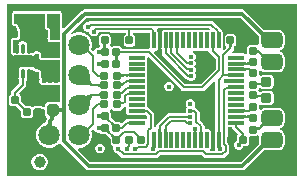
<source format=gtl>
G04*
G04 #@! TF.GenerationSoftware,Altium Limited,Altium Designer,21.5.1 (32)*
G04*
G04 Layer_Physical_Order=1*
G04 Layer_Color=255*
%FSLAX25Y25*%
%MOIN*%
G70*
G04*
G04 #@! TF.SameCoordinates,46425C1A-2BEC-4B65-9795-0374EE0649E2*
G04*
G04*
G04 #@! TF.FilePolarity,Positive*
G04*
G01*
G75*
%ADD10C,0.00787*%
G04:AMPARAMS|DCode=12|XSize=53.15mil|YSize=70.87mil|CornerRadius=13.29mil|HoleSize=0mil|Usage=FLASHONLY|Rotation=270.000|XOffset=0mil|YOffset=0mil|HoleType=Round|Shape=RoundedRectangle|*
%AMROUNDEDRECTD12*
21,1,0.05315,0.04429,0,0,270.0*
21,1,0.02657,0.07087,0,0,270.0*
1,1,0.02657,-0.02215,-0.01329*
1,1,0.02657,-0.02215,0.01329*
1,1,0.02657,0.02215,0.01329*
1,1,0.02657,0.02215,-0.01329*
%
%ADD12ROUNDEDRECTD12*%
G04:AMPARAMS|DCode=13|XSize=23.62mil|YSize=25.59mil|CornerRadius=3.9mil|HoleSize=0mil|Usage=FLASHONLY|Rotation=180.000|XOffset=0mil|YOffset=0mil|HoleType=Round|Shape=RoundedRectangle|*
%AMROUNDEDRECTD13*
21,1,0.02362,0.01780,0,0,180.0*
21,1,0.01583,0.02559,0,0,180.0*
1,1,0.00780,-0.00791,0.00890*
1,1,0.00780,0.00791,0.00890*
1,1,0.00780,0.00791,-0.00890*
1,1,0.00780,-0.00791,-0.00890*
%
%ADD13ROUNDEDRECTD13*%
%ADD14C,0.03937*%
G04:AMPARAMS|DCode=15|XSize=23.62mil|YSize=25.59mil|CornerRadius=3.9mil|HoleSize=0mil|Usage=FLASHONLY|Rotation=90.000|XOffset=0mil|YOffset=0mil|HoleType=Round|Shape=RoundedRectangle|*
%AMROUNDEDRECTD15*
21,1,0.02362,0.01780,0,0,90.0*
21,1,0.01583,0.02559,0,0,90.0*
1,1,0.00780,0.00890,0.00791*
1,1,0.00780,0.00890,-0.00791*
1,1,0.00780,-0.00890,-0.00791*
1,1,0.00780,-0.00890,0.00791*
%
%ADD15ROUNDEDRECTD15*%
G04:AMPARAMS|DCode=16|XSize=57.09mil|YSize=45.28mil|CornerRadius=5.89mil|HoleSize=0mil|Usage=FLASHONLY|Rotation=180.000|XOffset=0mil|YOffset=0mil|HoleType=Round|Shape=RoundedRectangle|*
%AMROUNDEDRECTD16*
21,1,0.05709,0.03350,0,0,180.0*
21,1,0.04532,0.04528,0,0,180.0*
1,1,0.01177,-0.02266,0.01675*
1,1,0.01177,0.02266,0.01675*
1,1,0.01177,0.02266,-0.01675*
1,1,0.01177,-0.02266,-0.01675*
%
%ADD16ROUNDEDRECTD16*%
G04:AMPARAMS|DCode=17|XSize=37.4mil|YSize=37.4mil|CornerRadius=5.98mil|HoleSize=0mil|Usage=FLASHONLY|Rotation=180.000|XOffset=0mil|YOffset=0mil|HoleType=Round|Shape=RoundedRectangle|*
%AMROUNDEDRECTD17*
21,1,0.03740,0.02543,0,0,180.0*
21,1,0.02543,0.03740,0,0,180.0*
1,1,0.01197,-0.01272,0.01272*
1,1,0.01197,0.01272,0.01272*
1,1,0.01197,0.01272,-0.01272*
1,1,0.01197,-0.01272,-0.01272*
%
%ADD17ROUNDEDRECTD17*%
G04:AMPARAMS|DCode=18|XSize=11.81mil|YSize=55.12mil|CornerRadius=1.95mil|HoleSize=0mil|Usage=FLASHONLY|Rotation=270.000|XOffset=0mil|YOffset=0mil|HoleType=Round|Shape=RoundedRectangle|*
%AMROUNDEDRECTD18*
21,1,0.01181,0.05122,0,0,270.0*
21,1,0.00791,0.05512,0,0,270.0*
1,1,0.00390,-0.02561,-0.00396*
1,1,0.00390,-0.02561,0.00396*
1,1,0.00390,0.02561,0.00396*
1,1,0.00390,0.02561,-0.00396*
%
%ADD18ROUNDEDRECTD18*%
G04:AMPARAMS|DCode=21|XSize=27.56mil|YSize=25.59mil|CornerRadius=4.22mil|HoleSize=0mil|Usage=FLASHONLY|Rotation=0.000|XOffset=0mil|YOffset=0mil|HoleType=Round|Shape=RoundedRectangle|*
%AMROUNDEDRECTD21*
21,1,0.02756,0.01715,0,0,0.0*
21,1,0.01911,0.02559,0,0,0.0*
1,1,0.00845,0.00956,-0.00857*
1,1,0.00845,-0.00956,-0.00857*
1,1,0.00845,-0.00956,0.00857*
1,1,0.00845,0.00956,0.00857*
%
%ADD21ROUNDEDRECTD21*%
G04:AMPARAMS|DCode=22|XSize=11.81mil|YSize=55.12mil|CornerRadius=1.95mil|HoleSize=0mil|Usage=FLASHONLY|Rotation=180.000|XOffset=0mil|YOffset=0mil|HoleType=Round|Shape=RoundedRectangle|*
%AMROUNDEDRECTD22*
21,1,0.01181,0.05122,0,0,180.0*
21,1,0.00791,0.05512,0,0,180.0*
1,1,0.00390,-0.00396,0.02561*
1,1,0.00390,0.00396,0.02561*
1,1,0.00390,0.00396,-0.02561*
1,1,0.00390,-0.00396,-0.02561*
%
%ADD22ROUNDEDRECTD22*%
G04:AMPARAMS|DCode=23|XSize=31.5mil|YSize=31.5mil|CornerRadius=3.94mil|HoleSize=0mil|Usage=FLASHONLY|Rotation=270.000|XOffset=0mil|YOffset=0mil|HoleType=Round|Shape=RoundedRectangle|*
%AMROUNDEDRECTD23*
21,1,0.03150,0.02362,0,0,270.0*
21,1,0.02362,0.03150,0,0,270.0*
1,1,0.00787,-0.01181,-0.01181*
1,1,0.00787,-0.01181,0.01181*
1,1,0.00787,0.01181,0.01181*
1,1,0.00787,0.01181,-0.01181*
%
%ADD23ROUNDEDRECTD23*%
G04:AMPARAMS|DCode=42|XSize=13.78mil|YSize=33.47mil|CornerRadius=2.27mil|HoleSize=0mil|Usage=FLASHONLY|Rotation=180.000|XOffset=0mil|YOffset=0mil|HoleType=Round|Shape=RoundedRectangle|*
%AMROUNDEDRECTD42*
21,1,0.01378,0.02892,0,0,180.0*
21,1,0.00923,0.03347,0,0,180.0*
1,1,0.00455,-0.00462,0.01446*
1,1,0.00455,0.00462,0.01446*
1,1,0.00455,0.00462,-0.01446*
1,1,0.00455,-0.00462,-0.01446*
%
%ADD42ROUNDEDRECTD42*%
G04:AMPARAMS|DCode=43|XSize=40.16mil|YSize=62.99mil|CornerRadius=2.01mil|HoleSize=0mil|Usage=FLASHONLY|Rotation=90.000|XOffset=0mil|YOffset=0mil|HoleType=Round|Shape=RoundedRectangle|*
%AMROUNDEDRECTD43*
21,1,0.04016,0.05898,0,0,90.0*
21,1,0.03614,0.06299,0,0,90.0*
1,1,0.00402,0.02949,0.01807*
1,1,0.00402,0.02949,-0.01807*
1,1,0.00402,-0.02949,-0.01807*
1,1,0.00402,-0.02949,0.01807*
%
%ADD43ROUNDEDRECTD43*%
%ADD44C,0.01181*%
%ADD45C,0.07087*%
%ADD46C,0.01575*%
G36*
X97426Y58056D02*
Y1000D01*
X1000D01*
Y58056D01*
X97426Y58056D01*
D02*
G37*
%LPC*%
G36*
X79331Y56421D02*
X26772D01*
X26235Y56314D01*
X25781Y56010D01*
X25781Y56010D01*
X22639Y52868D01*
X22622Y52857D01*
X21356Y51591D01*
X21345Y51574D01*
X19765Y49994D01*
X19303Y50185D01*
Y55020D01*
X19242Y55325D01*
X19069Y55585D01*
X18810Y55758D01*
X18504Y55818D01*
X14272D01*
X13966Y55758D01*
X13872Y55695D01*
X13779Y55758D01*
X13473Y55818D01*
X3347D01*
X3041Y55758D01*
X2782Y55585D01*
X2609Y55325D01*
X2548Y55020D01*
Y51669D01*
X2609Y51364D01*
X2782Y51104D01*
X3041Y50931D01*
X3347Y50871D01*
X3500D01*
X3784Y50753D01*
X4001Y50536D01*
X4118Y50252D01*
Y50107D01*
X4134Y50029D01*
Y49951D01*
X4164Y49878D01*
X4179Y49801D01*
X4223Y49736D01*
X4253Y49663D01*
X4309Y49607D01*
X4352Y49542D01*
X4385Y49520D01*
X4490Y49363D01*
X4535Y49138D01*
Y47516D01*
X4490Y47291D01*
X4408Y47167D01*
X4284Y47084D01*
X4059Y47040D01*
X3051D01*
X2746Y46979D01*
X2486Y46806D01*
X2313Y46547D01*
X2252Y46241D01*
Y42355D01*
X2253Y42351D01*
X2252Y42346D01*
X2284Y42198D01*
X2313Y42050D01*
X2316Y42046D01*
X2317Y42041D01*
X2517Y41572D01*
X2603Y41446D01*
X2687Y41321D01*
X2691Y41318D01*
X2693Y41314D01*
X2820Y41232D01*
X2946Y41147D01*
X2951Y41146D01*
X2955Y41144D01*
X3052Y41126D01*
X3376Y40909D01*
X3771Y40831D01*
X4694D01*
X5088Y40909D01*
X5217Y40995D01*
X5345Y40909D01*
X5739Y40831D01*
X6662D01*
X7057Y40909D01*
X7185Y40995D01*
X7313Y40909D01*
X7708Y40831D01*
X8631D01*
X9025Y40909D01*
X9241Y41053D01*
X9354Y41030D01*
X9398Y41012D01*
X9477Y41012D01*
X9554Y40997D01*
X9631Y41012D01*
X9710Y41012D01*
X9783Y41042D01*
X9860Y41057D01*
X9925Y41101D01*
X9998Y41131D01*
X10054Y41187D01*
X10119Y41230D01*
X10389Y41501D01*
X10673Y41618D01*
X10980D01*
X11264Y41501D01*
X11481Y41284D01*
X11591Y41018D01*
Y40943D01*
X11599Y40905D01*
Y40534D01*
X11614Y40457D01*
Y40378D01*
X11644Y40306D01*
X11660Y40228D01*
X11703Y40163D01*
X11733Y40090D01*
X11853Y39911D01*
X11909Y39855D01*
X11953Y39790D01*
X12018Y39746D01*
X12074Y39690D01*
X12147Y39660D01*
X12212Y39616D01*
X12289Y39601D01*
X12362Y39571D01*
X12440D01*
X12518Y39555D01*
X12932D01*
X12990Y39544D01*
X17522D01*
X17580Y39555D01*
X18481D01*
Y32467D01*
X18471Y32442D01*
X18360Y32309D01*
X18013Y32088D01*
X18001Y32086D01*
X17981Y32089D01*
X17844Y32062D01*
X17706Y32040D01*
X17691Y32032D01*
X17675Y32028D01*
X17397Y31913D01*
X17052D01*
X16761Y32033D01*
X16548Y32176D01*
X16548Y32176D01*
X16242Y32237D01*
X16242D01*
X15936Y32176D01*
X15807Y32089D01*
X15714Y32027D01*
X15438Y31913D01*
X15074D01*
X14798Y32027D01*
X14575Y32176D01*
X14270Y32237D01*
X13964Y32176D01*
X13751Y32033D01*
X13441Y31905D01*
X13134D01*
X12850Y32023D01*
X12633Y32240D01*
X12515Y32524D01*
Y32831D01*
X12532Y32871D01*
X12547Y32948D01*
X12577Y33021D01*
Y33100D01*
X12593Y33177D01*
X12577Y33254D01*
Y33333D01*
X12547Y33405D01*
X12532Y33483D01*
X12488Y33548D01*
X12458Y33621D01*
X12450Y33633D01*
X12390Y33935D01*
Y35398D01*
X12375Y35475D01*
Y35553D01*
X12345Y35626D01*
X12329Y35703D01*
X12286Y35769D01*
X12255Y35841D01*
X12200Y35897D01*
X12156Y35962D01*
X12091Y36006D01*
X12035Y36062D01*
X11681Y36298D01*
X11609Y36328D01*
X11543Y36372D01*
X11466Y36387D01*
X11394Y36417D01*
X11315D01*
X11238Y36433D01*
X10772D01*
X10488Y36550D01*
X10165Y36873D01*
X10155Y36889D01*
X10122Y36911D01*
X10097Y36941D01*
X9993Y36996D01*
X9895Y37062D01*
X9857Y37069D01*
X9822Y37088D01*
X9765Y37105D01*
X9726Y37109D01*
X9689Y37124D01*
X9572D01*
X9455Y37136D01*
X9417Y37124D01*
X9378D01*
X9240Y37097D01*
X9025Y37241D01*
X8631Y37319D01*
X7708D01*
X7313Y37241D01*
X7185Y37155D01*
X7057Y37241D01*
X6662Y37319D01*
X5739D01*
X5345Y37241D01*
X5010Y37017D01*
X4787Y36683D01*
X4709Y36288D01*
Y33397D01*
X4787Y33002D01*
X4919Y32805D01*
Y31836D01*
X2596Y29513D01*
X2336Y29123D01*
X2245Y28664D01*
Y28045D01*
X1906Y27818D01*
X1647Y27430D01*
X1556Y26972D01*
Y25390D01*
X1647Y24932D01*
X1906Y24544D01*
X2294Y24285D01*
X2752Y24194D01*
X3932D01*
X5493Y22633D01*
Y21453D01*
X5584Y20995D01*
X5843Y20607D01*
X6231Y20348D01*
X6689Y20257D01*
X8468D01*
X8926Y20348D01*
X9314Y20607D01*
X9574Y20995D01*
X9665Y21453D01*
Y23035D01*
X9739Y23098D01*
X9812Y23128D01*
X9889Y23143D01*
X9954Y23187D01*
X10027Y23217D01*
X10283Y23388D01*
X10508Y23433D01*
X12130D01*
X12355Y23388D01*
X12603Y23222D01*
X12616Y23210D01*
X12652Y23194D01*
X12683Y23169D01*
X12795Y23135D01*
X12904Y23090D01*
X12943Y23090D01*
X12981Y23079D01*
X13059Y23087D01*
X13112Y23079D01*
X13516Y22767D01*
X13559Y22700D01*
Y21661D01*
X13667Y21122D01*
X13972Y20665D01*
X14013Y20638D01*
X14167Y20085D01*
X14118Y20012D01*
X13863Y19631D01*
X13757Y19094D01*
Y18895D01*
X13752Y18848D01*
X13735Y18764D01*
X13718Y18707D01*
X13704Y18675D01*
X13702Y18673D01*
X13658Y18655D01*
X13637Y18642D01*
X13330Y18560D01*
X12343Y17990D01*
X11538Y17184D01*
X10968Y16198D01*
X10673Y15097D01*
Y13958D01*
X10968Y12857D01*
X11538Y11871D01*
X12343Y11065D01*
X13330Y10496D01*
X14430Y10201D01*
X15570D01*
X16670Y10496D01*
X17657Y11065D01*
X18175Y11583D01*
X18817Y11521D01*
X18891Y11411D01*
X27159Y3143D01*
X27613Y2840D01*
X28150Y2733D01*
X28150Y2733D01*
X79331D01*
X79867Y2840D01*
X80321Y3143D01*
X86651Y9473D01*
X86959Y9411D01*
X91388D01*
X92212Y9575D01*
X92911Y10042D01*
X93377Y10741D01*
X93541Y11565D01*
Y14222D01*
X93377Y15047D01*
X92911Y15745D01*
X92212Y16212D01*
X91868Y16281D01*
Y16790D01*
X92212Y16859D01*
X92911Y17326D01*
X93377Y18024D01*
X93541Y18848D01*
Y21506D01*
X93377Y22330D01*
X92911Y23029D01*
X92212Y23496D01*
X91388Y23660D01*
X86959D01*
X86134Y23496D01*
X85460Y23045D01*
X85324Y23073D01*
X84960Y23216D01*
Y24461D01*
X85194Y24621D01*
X85316Y24670D01*
X85447Y24691D01*
X85761Y24482D01*
X86221Y24390D01*
X88583D01*
X89042Y24482D01*
X89431Y24742D01*
X89692Y25131D01*
X89783Y25591D01*
Y27953D01*
X89692Y28412D01*
X89431Y28801D01*
X89042Y29062D01*
X88583Y29153D01*
X86221D01*
X85761Y29062D01*
X85553Y28923D01*
X85548Y28921D01*
X85539Y28913D01*
X85414Y28829D01*
X85031Y28887D01*
X84871Y28993D01*
X84869Y29005D01*
X84763Y29163D01*
X84651Y29528D01*
X84763Y29892D01*
X84869Y30050D01*
X84871Y30062D01*
X85031Y30168D01*
X85414Y30226D01*
X85539Y30142D01*
X85548Y30134D01*
X85553Y30132D01*
X85761Y29994D01*
X86221Y29902D01*
X88583D01*
X89042Y29994D01*
X89431Y30254D01*
X89692Y30643D01*
X89783Y31102D01*
Y33465D01*
X89692Y33924D01*
X89431Y34313D01*
X89042Y34573D01*
X88583Y34665D01*
X86221D01*
X85761Y34573D01*
X85447Y34364D01*
X85316Y34385D01*
X85194Y34435D01*
X84960Y34594D01*
Y35839D01*
X85324Y35982D01*
X85460Y36010D01*
X86134Y35560D01*
X86959Y35396D01*
X91388D01*
X92212Y35560D01*
X92911Y36026D01*
X93377Y36725D01*
X93541Y37549D01*
Y40207D01*
X93377Y41031D01*
X92911Y41730D01*
X92212Y42196D01*
X91868Y42265D01*
Y42775D01*
X92212Y42843D01*
X92911Y43310D01*
X93377Y44008D01*
X93541Y44833D01*
Y47490D01*
X93377Y48314D01*
X92911Y49013D01*
X92212Y49480D01*
X91388Y49644D01*
X86959D01*
X86733Y49599D01*
X80321Y56010D01*
X79867Y56314D01*
X79331Y56421D01*
D02*
G37*
G36*
X12173Y8264D02*
X11449D01*
X10749Y8076D01*
X10121Y7714D01*
X9609Y7202D01*
X9247Y6574D01*
X9059Y5874D01*
Y5150D01*
X9247Y4450D01*
X9609Y3822D01*
X10121Y3310D01*
X10749Y2947D01*
X11449Y2760D01*
X12173D01*
X12873Y2947D01*
X13501Y3310D01*
X14013Y3822D01*
X14375Y4450D01*
X14563Y5150D01*
Y5874D01*
X14375Y6574D01*
X14013Y7202D01*
X13501Y7714D01*
X12873Y8076D01*
X12173Y8264D01*
D02*
G37*
%LPD*%
G36*
X68428Y49977D02*
X68131Y49579D01*
X67915Y49621D01*
X67124D01*
X66742Y49546D01*
X66535Y49407D01*
X66329Y49546D01*
X65947Y49621D01*
X65156D01*
X64774Y49546D01*
X64567Y49407D01*
X64360Y49546D01*
X63978Y49621D01*
X63187D01*
X62805Y49546D01*
X62598Y49407D01*
X62392Y49546D01*
X62010Y49621D01*
X61219D01*
X60837Y49546D01*
X60630Y49407D01*
X60423Y49546D01*
X60041Y49621D01*
X59250D01*
X58868Y49546D01*
X58661Y49407D01*
X58455Y49546D01*
X58073Y49621D01*
X57282D01*
X56900Y49546D01*
X56693Y49407D01*
X56486Y49546D01*
X56104Y49621D01*
X55313D01*
X54931Y49546D01*
X54724Y49407D01*
X54518Y49546D01*
X54136Y49621D01*
X53345D01*
X52963Y49546D01*
X52639Y49329D01*
X52423Y49006D01*
X52347Y48624D01*
Y43502D01*
X52423Y43120D01*
X52540Y42945D01*
Y41823D01*
X52631Y41364D01*
X52891Y40974D01*
X60340Y33525D01*
X60730Y33265D01*
X60980Y33215D01*
X61315Y32881D01*
X61892Y32642D01*
X62517D01*
X63095Y32881D01*
X63536Y33323D01*
X63776Y33900D01*
Y34525D01*
X63536Y35102D01*
X63363Y35276D01*
X63536Y35449D01*
X63776Y36026D01*
Y36651D01*
X63536Y37228D01*
X63363Y37402D01*
X63536Y37575D01*
X63776Y38152D01*
Y38777D01*
X63536Y39354D01*
X63363Y39528D01*
X63536Y39701D01*
X63776Y40278D01*
Y40903D01*
X63536Y41480D01*
X63095Y41922D01*
X63023Y41952D01*
X62917Y42290D01*
X62961Y42519D01*
X63014Y42539D01*
X63187Y42505D01*
X63978D01*
X64360Y42580D01*
X64567Y42719D01*
X64774Y42580D01*
X65156Y42505D01*
X65947D01*
X66329Y42580D01*
X66535Y42719D01*
X66742Y42580D01*
X67124Y42505D01*
X67915D01*
X67928Y42507D01*
X68379Y42257D01*
X68639Y41868D01*
X70500Y40007D01*
Y36666D01*
X65448Y31614D01*
X60340D01*
X49911Y42042D01*
X50102Y42505D01*
X50199D01*
X50581Y42580D01*
X50904Y42797D01*
X51120Y43120D01*
X51196Y43502D01*
Y48624D01*
X51120Y49006D01*
X50921Y49304D01*
Y49346D01*
X50855Y49678D01*
X51136Y50178D01*
X68275D01*
X68428Y49977D01*
D02*
G37*
G36*
X18504Y48344D02*
X18481Y48228D01*
Y46260D01*
X15359D01*
X15136Y46760D01*
X15282Y46979D01*
X15373Y47437D01*
Y49216D01*
X15282Y49674D01*
X15023Y50062D01*
X14635Y50322D01*
X14272Y50394D01*
Y55020D01*
X18504D01*
Y48344D01*
D02*
G37*
G36*
X84817Y47552D02*
X84805Y47490D01*
Y44833D01*
X84807Y44823D01*
X84357Y44523D01*
X84222Y44613D01*
X83764Y44704D01*
X81984D01*
X81526Y44613D01*
X81138Y44354D01*
X80879Y43966D01*
X80788Y43508D01*
Y41925D01*
X80823Y41750D01*
X80625Y41601D01*
X80362Y41502D01*
X80108Y41672D01*
X79726Y41747D01*
X76012D01*
X75821Y42209D01*
X76242Y42631D01*
X76503Y43020D01*
X76594Y43480D01*
Y44058D01*
X76643Y44068D01*
X77031Y44327D01*
X77290Y44715D01*
X77381Y45173D01*
Y46953D01*
X77290Y47411D01*
X77031Y47799D01*
X76643Y48058D01*
X76185Y48149D01*
X74602D01*
X74145Y48058D01*
X73756Y47799D01*
X73497Y47411D01*
X73406Y46953D01*
Y45173D01*
X73497Y44715D01*
X73756Y44327D01*
X73805Y44295D01*
X73869Y43652D01*
X73271Y43054D01*
X72810Y43300D01*
X72850Y43502D01*
Y48624D01*
X72774Y49006D01*
X72558Y49329D01*
X72409Y49429D01*
X72365Y49652D01*
X72105Y50041D01*
X69919Y52227D01*
X69530Y52487D01*
X69070Y52578D01*
X28846D01*
X28387Y52487D01*
X27997Y52227D01*
X27934Y52163D01*
X27580D01*
X27003Y51924D01*
X26561Y51482D01*
X26322Y50905D01*
Y50280D01*
X26561Y49702D01*
X27003Y49260D01*
X27580Y49021D01*
X28171D01*
Y48704D01*
X28411Y48126D01*
X28852Y47684D01*
X29430Y47445D01*
X30055D01*
X30632Y47684D01*
X31074Y48126D01*
X31273Y48607D01*
X32412D01*
X32462Y48107D01*
X32215Y48058D01*
X31827Y47799D01*
X31568Y47411D01*
X31477Y46953D01*
Y45173D01*
X31568Y44715D01*
X31765Y44421D01*
X31793Y44165D01*
X31513Y43697D01*
X31184D01*
X30606Y43458D01*
X30164Y43016D01*
X30047Y42732D01*
X29463Y42608D01*
X29070Y43001D01*
X29327Y43958D01*
Y45097D01*
X29032Y46198D01*
X28462Y47184D01*
X27657Y47990D01*
X26670Y48559D01*
X25570Y48854D01*
X24430D01*
X23330Y48559D01*
X22549Y48108D01*
X22242Y48509D01*
X23337Y49604D01*
X23348Y49621D01*
X24592Y50864D01*
X24609Y50876D01*
X27352Y53619D01*
X78750D01*
X84817Y47552D01*
D02*
G37*
G36*
X76106Y44792D02*
X76039Y44768D01*
X75980Y44728D01*
X75929Y44672D01*
X75886Y44600D01*
X75850Y44512D01*
X75823Y44408D01*
X75803Y44288D01*
X75791Y44153D01*
X75787Y44001D01*
X75000D01*
X74996Y44153D01*
X74984Y44288D01*
X74965Y44408D01*
X74937Y44512D01*
X74902Y44600D01*
X74858Y44672D01*
X74807Y44728D01*
X74748Y44768D01*
X74681Y44792D01*
X74606Y44800D01*
X76181D01*
X76106Y44792D01*
D02*
G37*
G36*
X48410Y43777D02*
X48193Y43420D01*
X47936Y43322D01*
X39328D01*
X39298Y43474D01*
X39039Y43862D01*
X38651Y44121D01*
X38193Y44212D01*
X36610D01*
X36152Y44121D01*
X35764Y43862D01*
X35315Y44081D01*
X35152Y44313D01*
X35164Y44421D01*
X35361Y44715D01*
X35452Y45173D01*
Y46953D01*
X35361Y47411D01*
X35102Y47799D01*
X34714Y48058D01*
X34468Y48107D01*
X34517Y48607D01*
X40532D01*
Y48068D01*
X40483Y48058D01*
X40095Y47799D01*
X39836Y47411D01*
X39745Y46953D01*
Y45173D01*
X39836Y44715D01*
X40095Y44327D01*
X40483Y44068D01*
X40941Y43977D01*
X42524D01*
X42981Y44068D01*
X43369Y44327D01*
X43629Y44715D01*
X43720Y45173D01*
Y46953D01*
X43629Y47411D01*
X43369Y47799D01*
X42981Y48058D01*
X42933Y48068D01*
Y48607D01*
X48410D01*
Y43777D01*
D02*
G37*
G36*
X34177Y44792D02*
X34110Y44768D01*
X34051Y44728D01*
X34000Y44672D01*
X33957Y44600D01*
X33921Y44512D01*
X33894Y44408D01*
X33874Y44288D01*
X33862Y44153D01*
X33861Y44094D01*
X33862Y44036D01*
X33874Y43900D01*
X33894Y43781D01*
X33921Y43677D01*
X33957Y43589D01*
X34000Y43517D01*
X34051Y43461D01*
X34110Y43421D01*
X34177Y43397D01*
X34252Y43389D01*
X32677D01*
X32752Y43397D01*
X32819Y43421D01*
X32878Y43461D01*
X32929Y43517D01*
X32972Y43589D01*
X33008Y43677D01*
X33035Y43781D01*
X33055Y43900D01*
X33067Y44036D01*
X33068Y44094D01*
X33067Y44153D01*
X33055Y44288D01*
X33035Y44408D01*
X33008Y44512D01*
X32972Y44600D01*
X32929Y44672D01*
X32878Y44728D01*
X32819Y44768D01*
X32752Y44792D01*
X32677Y44800D01*
X34252D01*
X34177Y44792D01*
D02*
G37*
G36*
X69997Y43345D02*
X69973Y43317D01*
X69951Y43279D01*
X69933Y43231D01*
X69917Y43171D01*
X69905Y43101D01*
X69895Y43021D01*
X69883Y42829D01*
X69882Y42717D01*
X69095D01*
X69093Y42829D01*
X69072Y43101D01*
X69059Y43171D01*
X69043Y43231D01*
X69025Y43279D01*
X69004Y43317D01*
X68980Y43345D01*
X68953Y43362D01*
X70024D01*
X69997Y43345D01*
D02*
G37*
G36*
X32300Y42555D02*
X32346Y42545D01*
X32413Y42534D01*
X32487Y42526D01*
X32650Y42520D01*
Y41732D01*
X32566Y41731D01*
X32413Y41718D01*
X32346Y41707D01*
X32300Y41697D01*
Y41339D01*
X32292Y41413D01*
X32268Y41480D01*
X32228Y41539D01*
X32172Y41591D01*
X32119Y41623D01*
X32092Y41605D01*
X32058Y41575D01*
Y41651D01*
X32012Y41669D01*
X31908Y41697D01*
X31789Y41717D01*
X31653Y41728D01*
X31501Y41732D01*
Y42520D01*
X31653Y42524D01*
X31789Y42535D01*
X31908Y42555D01*
X32012Y42583D01*
X32058Y42601D01*
Y42677D01*
X32092Y42647D01*
X32119Y42629D01*
X32172Y42661D01*
X32228Y42713D01*
X32268Y42772D01*
X32292Y42839D01*
X32300Y42913D01*
Y42555D01*
D02*
G37*
G36*
X84140Y42963D02*
X84158Y42915D01*
X84190Y42872D01*
X84237Y42836D01*
X84298Y42804D01*
X84374Y42779D01*
X84465Y42759D01*
X84571Y42745D01*
X84691Y42737D01*
X84825Y42734D01*
Y41946D01*
X84679Y41944D01*
X84430Y41921D01*
X84329Y41902D01*
X84242Y41877D01*
X84170Y41847D01*
X84114Y41811D01*
X84072Y41770D01*
X84045Y41723D01*
X84033Y41670D01*
X84137Y43016D01*
X84140Y42963D01*
D02*
G37*
G36*
X85925Y41802D02*
X86174Y41597D01*
X86286Y41524D01*
X86388Y41470D01*
X86482Y41437D01*
X86567Y41423D01*
X86644Y41428D01*
X86712Y41453D01*
X86771Y41498D01*
X85667Y40395D01*
X85712Y40454D01*
X85737Y40521D01*
X85743Y40598D01*
X85729Y40683D01*
X85695Y40777D01*
X85641Y40880D01*
X85568Y40991D01*
X85475Y41111D01*
X85363Y41240D01*
X85231Y41378D01*
X85788Y41934D01*
X85925Y41802D01*
D02*
G37*
G36*
X13473Y50394D02*
X13488Y50317D01*
Y50238D01*
X13518Y50165D01*
X13534Y50088D01*
X13577Y50023D01*
X13608Y49950D01*
X13663Y49894D01*
X13707Y49829D01*
X13772Y49785D01*
X13828Y49730D01*
X13901Y49700D01*
X13966Y49656D01*
X14043Y49641D01*
X14116Y49610D01*
X14323Y49569D01*
X14447Y49487D01*
X14530Y49363D01*
X14575Y49138D01*
Y47516D01*
X14530Y47291D01*
X14471Y47204D01*
X14437Y47121D01*
X14390Y47046D01*
X14378Y46979D01*
X14352Y46916D01*
Y46826D01*
X14337Y46738D01*
X14352Y46672D01*
Y46604D01*
X14386Y46522D01*
X14406Y46435D01*
X14629Y45935D01*
X14713Y45816D01*
X14794Y45695D01*
X14803Y45689D01*
X14809Y45680D01*
X14932Y45603D01*
X15053Y45522D01*
X15064Y45520D01*
X15073Y45514D01*
X15216Y45489D01*
X15359Y45461D01*
X18481D01*
Y40354D01*
X12518D01*
X12398Y40534D01*
Y41159D01*
X12158Y41736D01*
X11717Y42178D01*
X11139Y42417D01*
X10514D01*
X9937Y42178D01*
X9554Y41795D01*
X9534Y41809D01*
X9150Y41885D01*
X7693D01*
Y44753D01*
X7615Y45147D01*
X7391Y45482D01*
X7057Y45705D01*
X6662Y45784D01*
X5739D01*
X5345Y45705D01*
X5010Y45482D01*
X4787Y45147D01*
X4709Y44753D01*
Y41885D01*
X3252D01*
X3051Y42355D01*
Y46241D01*
X4138D01*
X4596Y46332D01*
X4984Y46591D01*
X5243Y46979D01*
X5334Y47437D01*
Y49216D01*
X5243Y49674D01*
X4984Y50062D01*
X4917Y50107D01*
Y50411D01*
X4678Y50988D01*
X4236Y51430D01*
X3659Y51669D01*
X3347D01*
Y55020D01*
X13473D01*
Y50394D01*
D02*
G37*
G36*
X38114Y40855D02*
X38047Y40831D01*
X37988Y40791D01*
X37937Y40735D01*
X37894Y40663D01*
X37858Y40575D01*
X37831Y40471D01*
X37811Y40351D01*
X37799Y40216D01*
X37798Y40157D01*
X37799Y40099D01*
X37811Y39963D01*
X37831Y39844D01*
X37858Y39740D01*
X37894Y39652D01*
X37937Y39580D01*
X37988Y39524D01*
X38047Y39484D01*
X38114Y39460D01*
X38189Y39452D01*
X36614D01*
X36689Y39460D01*
X36756Y39484D01*
X36815Y39524D01*
X36866Y39580D01*
X36909Y39652D01*
X36945Y39740D01*
X36972Y39844D01*
X36992Y39963D01*
X37004Y40099D01*
X37005Y40157D01*
X37004Y40216D01*
X36992Y40351D01*
X36972Y40471D01*
X36945Y40575D01*
X36909Y40663D01*
X36866Y40735D01*
X36815Y40791D01*
X36756Y40831D01*
X36689Y40855D01*
X36614Y40863D01*
X38189D01*
X38114Y40855D01*
D02*
G37*
G36*
X32300Y38650D02*
X32326Y38639D01*
X32382Y38622D01*
X32444Y38608D01*
X32512Y38597D01*
X32585Y38589D01*
X32749Y38583D01*
Y37795D01*
X32664Y37794D01*
X32512Y37781D01*
X32444Y37770D01*
X32382Y37756D01*
X32326Y37739D01*
X32300Y37728D01*
Y37495D01*
X32293Y37552D01*
X32272Y37603D01*
X32237Y37648D01*
X32202Y37676D01*
X32190Y37668D01*
X32157Y37638D01*
Y37703D01*
X32124Y37720D01*
X32046Y37747D01*
X31954Y37768D01*
X31848Y37783D01*
X31729Y37792D01*
X31594Y37795D01*
Y38583D01*
X31729Y38586D01*
X31848Y38595D01*
X31954Y38610D01*
X32046Y38631D01*
X32124Y38658D01*
X32157Y38675D01*
Y38740D01*
X32190Y38710D01*
X32202Y38702D01*
X32237Y38730D01*
X32272Y38775D01*
X32293Y38826D01*
X32300Y38882D01*
Y38650D01*
D02*
G37*
G36*
X79885Y38895D02*
X79919Y38870D01*
X79967Y38849D01*
X80030Y38831D01*
X80107Y38815D01*
X80199Y38802D01*
X80426Y38785D01*
X80712Y38780D01*
Y37992D01*
X80562Y37991D01*
X80107Y37957D01*
X80030Y37941D01*
X79967Y37923D01*
X79919Y37901D01*
X79885Y37877D01*
X79866Y37850D01*
Y38921D01*
X79885Y38895D01*
D02*
G37*
G36*
X81712Y37716D02*
X81670Y37768D01*
X81617Y37815D01*
X81553Y37857D01*
X81479Y37893D01*
X81395Y37923D01*
X81299Y37948D01*
X81193Y37967D01*
X81077Y37981D01*
X80949Y37989D01*
X80812Y37992D01*
Y38780D01*
X80968Y38783D01*
X81108Y38795D01*
X81231Y38815D01*
X81336Y38842D01*
X81425Y38878D01*
X81496Y38921D01*
X81551Y38972D01*
X81588Y39031D01*
X81608Y39098D01*
X81611Y39173D01*
X81712Y37716D01*
D02*
G37*
G36*
X79885Y36926D02*
X79919Y36902D01*
X79967Y36881D01*
X80030Y36862D01*
X80107Y36847D01*
X80199Y36834D01*
X80426Y36817D01*
X80712Y36811D01*
Y36024D01*
X80562Y36022D01*
X80107Y35988D01*
X80030Y35972D01*
X79967Y35954D01*
X79919Y35933D01*
X79885Y35909D01*
X79866Y35882D01*
Y36953D01*
X79885Y36926D01*
D02*
G37*
G36*
X41394Y33913D02*
X41374Y33940D01*
X41341Y33964D01*
X41293Y33986D01*
X41230Y34004D01*
X41153Y34020D01*
X41061Y34032D01*
X40834Y34049D01*
X40548Y34055D01*
Y34843D01*
X40698Y34844D01*
X41153Y34878D01*
X41230Y34894D01*
X41293Y34912D01*
X41341Y34933D01*
X41374Y34958D01*
X41394Y34984D01*
Y33913D01*
D02*
G37*
G36*
X38945Y35160D02*
X38970Y35093D01*
X39012Y35034D01*
X39070Y34983D01*
X39145Y34940D01*
X39235Y34905D01*
X39342Y34878D01*
X39465Y34858D01*
X39604Y34846D01*
X39760Y34843D01*
Y34055D01*
X39607Y34051D01*
X39470Y34039D01*
X39349Y34020D01*
X39245Y33992D01*
X39157Y33957D01*
X39085Y33913D01*
X39030Y33862D01*
X38990Y33803D01*
X38967Y33736D01*
X38960Y33661D01*
X38935Y35234D01*
X38945Y35160D01*
D02*
G37*
G36*
X41394Y31945D02*
X41377Y31972D01*
X41349Y31996D01*
X41311Y32017D01*
X41262Y32035D01*
X41203Y32051D01*
X41133Y32064D01*
X41052Y32074D01*
X40860Y32085D01*
X40748Y32087D01*
Y32874D01*
X40860Y32875D01*
X41133Y32897D01*
X41203Y32910D01*
X41262Y32925D01*
X41311Y32943D01*
X41349Y32965D01*
X41377Y32989D01*
X41394Y33016D01*
Y31945D01*
D02*
G37*
G36*
X85945Y30827D02*
X85895Y30892D01*
X85836Y30950D01*
X85768Y31002D01*
X85691Y31047D01*
X85605Y31084D01*
X85511Y31115D01*
X85407Y31139D01*
X85295Y31156D01*
X85174Y31166D01*
X85044Y31170D01*
Y31957D01*
X85201Y31961D01*
X85340Y31973D01*
X85463Y31993D01*
X85568Y32020D01*
X85657Y32056D01*
X85728Y32099D01*
X85782Y32150D01*
X85820Y32209D01*
X85840Y32276D01*
X85843Y32351D01*
X85945Y30827D01*
D02*
G37*
G36*
X28554Y34101D02*
X28627Y33292D01*
X28689Y32932D01*
X28768Y32600D01*
X28863Y32298D01*
X28975Y32025D01*
X29104Y31781D01*
X29250Y31566D01*
X29412Y31381D01*
X28855Y30824D01*
X28670Y30983D01*
X28462Y31114D01*
X28231Y31216D01*
X27976Y31289D01*
X27699Y31333D01*
X27400Y31348D01*
X27077Y31334D01*
X26731Y31292D01*
X26362Y31220D01*
X25971Y31120D01*
X28543Y34550D01*
X28554Y34101D01*
D02*
G37*
G36*
X84048Y32271D02*
X84078Y32205D01*
X84126Y32147D01*
X84191Y32097D01*
X84272Y32054D01*
X84371Y32019D01*
X84487Y31992D01*
X84620Y31973D01*
X84769Y31961D01*
X84936Y31957D01*
Y31170D01*
X84780Y31166D01*
X84640Y31154D01*
X84518Y31135D01*
X84412Y31107D01*
X84324Y31071D01*
X84253Y31028D01*
X84198Y30977D01*
X84161Y30918D01*
X84140Y30851D01*
X84137Y30776D01*
X84034Y32344D01*
X84048Y32271D01*
D02*
G37*
G36*
X38919Y32084D02*
X38944Y32029D01*
X38985Y31981D01*
X39040Y31939D01*
X39112Y31903D01*
X39198Y31874D01*
X39299Y31851D01*
X39417Y31835D01*
X39549Y31825D01*
X39696Y31822D01*
Y31035D01*
X39554Y31032D01*
X39428Y31022D01*
X39316Y31005D01*
X39220Y30982D01*
X39138Y30952D01*
X39072Y30916D01*
X39022Y30873D01*
X38986Y30823D01*
X38966Y30767D01*
X38960Y30705D01*
X38909Y32146D01*
X38919Y32084D01*
D02*
G37*
G36*
X31906Y30315D02*
X31898Y30390D01*
X31874Y30457D01*
X31834Y30516D01*
X31778Y30567D01*
X31706Y30610D01*
X31618Y30646D01*
X31514Y30673D01*
X31394Y30693D01*
X31258Y30705D01*
X31106Y30709D01*
Y31496D01*
X31258Y31500D01*
X31394Y31512D01*
X31514Y31532D01*
X31618Y31559D01*
X31706Y31594D01*
X31778Y31638D01*
X31834Y31689D01*
X31874Y31748D01*
X31898Y31815D01*
X31906Y31890D01*
Y30315D01*
D02*
G37*
G36*
X29412Y27674D02*
X29250Y27489D01*
X29104Y27274D01*
X28975Y27030D01*
X28863Y26757D01*
X28768Y26455D01*
X28689Y26123D01*
X28627Y25763D01*
X28583Y25373D01*
X28543Y24506D01*
X25971Y27935D01*
X26362Y27835D01*
X26731Y27763D01*
X27077Y27721D01*
X27400Y27707D01*
X27699Y27722D01*
X27976Y27766D01*
X28231Y27839D01*
X28462Y27941D01*
X28670Y28072D01*
X28855Y28231D01*
X29412Y27674D01*
D02*
G37*
G36*
X31906Y27165D02*
X31898Y27240D01*
X31874Y27307D01*
X31834Y27366D01*
X31778Y27417D01*
X31706Y27461D01*
X31618Y27496D01*
X31514Y27524D01*
X31394Y27543D01*
X31258Y27555D01*
X31106Y27559D01*
Y28346D01*
X31258Y28350D01*
X31394Y28362D01*
X31514Y28382D01*
X31618Y28409D01*
X31706Y28445D01*
X31778Y28488D01*
X31834Y28539D01*
X31874Y28598D01*
X31898Y28665D01*
X31906Y28740D01*
Y27165D01*
D02*
G37*
G36*
X84140Y28204D02*
X84161Y28137D01*
X84198Y28078D01*
X84253Y28027D01*
X84324Y27984D01*
X84412Y27948D01*
X84518Y27921D01*
X84640Y27901D01*
X84780Y27889D01*
X84936Y27885D01*
Y27098D01*
X84769Y27094D01*
X84620Y27082D01*
X84487Y27063D01*
X84371Y27036D01*
X84272Y27001D01*
X84191Y26959D01*
X84126Y26908D01*
X84078Y26850D01*
X84048Y26784D01*
X84034Y26711D01*
X84137Y28279D01*
X84140Y28204D01*
D02*
G37*
G36*
X85843Y26704D02*
X85840Y26779D01*
X85820Y26846D01*
X85782Y26905D01*
X85728Y26956D01*
X85657Y26999D01*
X85568Y27035D01*
X85463Y27062D01*
X85340Y27082D01*
X85201Y27094D01*
X85044Y27098D01*
Y27885D01*
X85174Y27889D01*
X85295Y27899D01*
X85407Y27916D01*
X85511Y27940D01*
X85605Y27971D01*
X85691Y28009D01*
X85768Y28053D01*
X85836Y28105D01*
X85895Y28163D01*
X85945Y28228D01*
X85843Y26704D01*
D02*
G37*
G36*
X9590Y36323D02*
X9594Y36315D01*
X10035Y35873D01*
X10613Y35634D01*
X11238D01*
X11591Y35398D01*
Y33856D01*
X11698Y33321D01*
X11794Y33177D01*
X11716Y32990D01*
Y32365D01*
X11956Y31787D01*
X12398Y31345D01*
X12975Y31106D01*
X13600D01*
X14177Y31345D01*
X14270Y31438D01*
X14366Y31341D01*
X14943Y31102D01*
X15568D01*
X16146Y31341D01*
X16242Y31438D01*
X16335Y31345D01*
X16912Y31106D01*
X17537D01*
X17981Y31290D01*
X18481Y31059D01*
Y25736D01*
X18324Y25652D01*
X17981Y25520D01*
X17512Y25614D01*
X14968D01*
X14429Y25506D01*
X13972Y25201D01*
X13667Y24744D01*
X13559Y24205D01*
Y24025D01*
X13059Y23874D01*
X13055Y23881D01*
X12666Y24141D01*
X12209Y24232D01*
X10429D01*
X9971Y24141D01*
X9583Y23881D01*
X9314D01*
X8926Y24141D01*
X8468Y24232D01*
X7289D01*
X5728Y25793D01*
Y26972D01*
X5637Y27430D01*
X5377Y27818D01*
X5153Y27968D01*
X5039Y28464D01*
X5053Y28575D01*
X6968Y30490D01*
X7228Y30879D01*
X7319Y31339D01*
Y32620D01*
X7391Y32668D01*
X7615Y33002D01*
X7693Y33397D01*
Y36264D01*
X9150D01*
X9534Y36341D01*
X9590Y36323D01*
D02*
G37*
G36*
X40465Y23826D02*
X40612Y23415D01*
X40536Y23033D01*
Y22242D01*
X40612Y21860D01*
X40828Y21537D01*
X41152Y21320D01*
X41533Y21245D01*
X46655D01*
X47037Y21320D01*
X47110Y21369D01*
X47619Y20861D01*
Y20231D01*
X47119Y19964D01*
X47037Y20018D01*
X46655Y20094D01*
X41533D01*
X41152Y20018D01*
X40977Y19901D01*
X40945D01*
X40486Y19810D01*
X40096Y19549D01*
X39196Y18649D01*
X39039Y18665D01*
X38651Y18924D01*
X38193Y19015D01*
X37037D01*
X36873Y19155D01*
X35631Y20397D01*
X35519Y20518D01*
X35452Y20601D01*
Y21756D01*
X35361Y22214D01*
X35157Y22519D01*
X35141Y22636D01*
X35318Y22859D01*
X35774Y23077D01*
X36172Y22810D01*
X36643Y22716D01*
X38554D01*
X39025Y22810D01*
X39423Y23077D01*
X39690Y23475D01*
X39773Y23895D01*
X39956Y23970D01*
X40465Y23826D01*
D02*
G37*
G36*
X79885Y23146D02*
X79919Y23122D01*
X79967Y23101D01*
X80030Y23083D01*
X80107Y23067D01*
X80199Y23054D01*
X80426Y23037D01*
X80712Y23031D01*
Y22244D01*
X80562Y22243D01*
X80107Y22209D01*
X80030Y22193D01*
X79967Y22174D01*
X79919Y22153D01*
X79885Y22129D01*
X79866Y22102D01*
Y23173D01*
X79885Y23146D01*
D02*
G37*
G36*
X32300Y21295D02*
X32346Y21285D01*
X32413Y21274D01*
X32487Y21266D01*
X32650Y21260D01*
Y20472D01*
X32566Y20471D01*
X32413Y20458D01*
X32346Y20447D01*
X32300Y20437D01*
Y20079D01*
X32292Y20154D01*
X32268Y20221D01*
X32228Y20279D01*
X32172Y20331D01*
X32119Y20363D01*
X32092Y20345D01*
X32058Y20315D01*
Y20391D01*
X32012Y20410D01*
X31908Y20437D01*
X31789Y20457D01*
X31653Y20469D01*
X31501Y20472D01*
Y21260D01*
X31653Y21264D01*
X31789Y21276D01*
X31908Y21295D01*
X32012Y21323D01*
X32058Y21341D01*
Y21417D01*
X32092Y21387D01*
X32119Y21369D01*
X32172Y21402D01*
X32228Y21453D01*
X32268Y21512D01*
X32292Y21579D01*
X32300Y21654D01*
Y21295D01*
D02*
G37*
G36*
X79885Y21178D02*
X79919Y21154D01*
X79967Y21133D01*
X80030Y21114D01*
X80107Y21099D01*
X80199Y21086D01*
X80426Y21069D01*
X80712Y21063D01*
Y20276D01*
X80562Y20274D01*
X80107Y20240D01*
X80030Y20224D01*
X79967Y20206D01*
X79919Y20185D01*
X79885Y20161D01*
X79866Y20134D01*
Y21205D01*
X79885Y21178D01*
D02*
G37*
G36*
X17127Y21076D02*
X17033Y21065D01*
X16950Y21032D01*
X16877Y20977D01*
X16813Y20901D01*
X16759Y20802D01*
X16715Y20682D01*
X16681Y20540D01*
X16656Y20377D01*
X16642Y20191D01*
X16637Y19983D01*
X15456D01*
X15451Y20191D01*
X15436Y20377D01*
X15412Y20540D01*
X15378Y20682D01*
X15334Y20803D01*
X15280Y20901D01*
X15217Y20977D01*
X15144Y21032D01*
X15061Y21065D01*
X14968Y21076D01*
X17127Y21076D01*
D02*
G37*
G36*
X81611Y19882D02*
X81608Y19957D01*
X81588Y20024D01*
X81551Y20083D01*
X81496Y20134D01*
X81425Y20177D01*
X81336Y20213D01*
X81231Y20240D01*
X81108Y20260D01*
X80968Y20272D01*
X80812Y20276D01*
Y21063D01*
X80949Y21066D01*
X81193Y21088D01*
X81299Y21107D01*
X81395Y21132D01*
X81479Y21162D01*
X81553Y21198D01*
X81617Y21240D01*
X81670Y21287D01*
X81712Y21339D01*
X81611Y19882D01*
D02*
G37*
G36*
X34590Y20739D02*
X34572Y20664D01*
X34576Y20578D01*
X34601Y20483D01*
X34647Y20376D01*
X34715Y20260D01*
X34804Y20133D01*
X34914Y19996D01*
X35198Y19690D01*
X34740Y19034D01*
X34573Y19196D01*
X34276Y19449D01*
X34146Y19541D01*
X34028Y19609D01*
X33923Y19655D01*
X33830Y19677D01*
X33750Y19675D01*
X33682Y19651D01*
X33626Y19603D01*
X34629Y20803D01*
X34590Y20739D01*
D02*
G37*
G36*
X15754Y18894D02*
X15772Y18709D01*
X15802Y18540D01*
X15844Y18387D01*
X15897Y18250D01*
X15963Y18129D01*
X16041Y18024D01*
X16130Y17935D01*
X16232Y17863D01*
X16345Y17806D01*
X13951Y17912D01*
X14068Y17958D01*
X14173Y18020D01*
X14265Y18099D01*
X14345Y18193D01*
X14413Y18303D01*
X14468Y18429D01*
X14512Y18572D01*
X14542Y18730D01*
X14561Y18904D01*
X14567Y19094D01*
X15748D01*
X15754Y18894D01*
D02*
G37*
G36*
X86771Y17557D02*
X86712Y17602D01*
X86644Y17627D01*
X86567Y17633D01*
X86482Y17618D01*
X86388Y17585D01*
X86286Y17531D01*
X86174Y17458D01*
X86054Y17365D01*
X85925Y17253D01*
X85788Y17121D01*
X85231Y17678D01*
X85363Y17815D01*
X85568Y18064D01*
X85641Y18175D01*
X85695Y18278D01*
X85729Y18372D01*
X85743Y18457D01*
X85737Y18534D01*
X85712Y18601D01*
X85667Y18660D01*
X86771Y17557D01*
D02*
G37*
G36*
X32300Y17358D02*
X32346Y17348D01*
X32413Y17337D01*
X32487Y17329D01*
X32650Y17323D01*
Y16535D01*
X32566Y16534D01*
X32413Y16521D01*
X32346Y16510D01*
X32300Y16500D01*
Y16142D01*
X32292Y16217D01*
X32268Y16284D01*
X32228Y16342D01*
X32172Y16394D01*
X32119Y16426D01*
X32092Y16408D01*
X32058Y16378D01*
Y16454D01*
X32012Y16472D01*
X31908Y16500D01*
X31789Y16520D01*
X31653Y16532D01*
X31501Y16535D01*
Y17323D01*
X31653Y17327D01*
X31789Y17339D01*
X31908Y17358D01*
X32012Y17386D01*
X32058Y17404D01*
Y17480D01*
X32092Y17450D01*
X32119Y17432D01*
X32172Y17465D01*
X32228Y17516D01*
X32268Y17575D01*
X32292Y17642D01*
X32300Y17717D01*
Y17358D01*
D02*
G37*
G36*
X77855Y18111D02*
X77793Y18088D01*
X77738Y18050D01*
X77691Y17996D01*
X77650Y17926D01*
X77618Y17842D01*
X77592Y17741D01*
X77574Y17626D01*
X77563Y17494D01*
X77559Y17348D01*
X76772D01*
X76768Y17494D01*
X76757Y17626D01*
X76739Y17741D01*
X76713Y17842D01*
X76680Y17926D01*
X76640Y17996D01*
X76592Y18050D01*
X76538Y18088D01*
X76476Y18111D01*
X76406Y18119D01*
X77925D01*
X77855Y18111D01*
D02*
G37*
G36*
X36294Y18599D02*
X36590Y18346D01*
X36720Y18254D01*
X36838Y18186D01*
X36943Y18141D01*
X37036Y18119D01*
X37116Y18120D01*
X37184Y18144D01*
X37240Y18192D01*
X36237Y16992D01*
X36276Y17057D01*
X36294Y17132D01*
X36290Y17217D01*
X36265Y17313D01*
X36219Y17419D01*
X36151Y17535D01*
X36062Y17662D01*
X35952Y17800D01*
X35668Y18106D01*
X36127Y18761D01*
X36294Y18599D01*
D02*
G37*
G36*
X38572Y17486D02*
X38590Y17452D01*
X38621Y17422D01*
X38663Y17395D01*
X38718Y17373D01*
X38785Y17355D01*
X38864Y17341D01*
X38955Y17331D01*
X39173Y17323D01*
Y16535D01*
X39058Y16533D01*
X38864Y16517D01*
X38785Y16503D01*
X38718Y16485D01*
X38663Y16463D01*
X38621Y16437D01*
X38590Y16407D01*
X38572Y16372D01*
X38566Y16334D01*
Y17524D01*
X38572Y17486D01*
D02*
G37*
G36*
X84045Y17332D02*
X84072Y17285D01*
X84114Y17244D01*
X84170Y17208D01*
X84242Y17178D01*
X84329Y17153D01*
X84430Y17134D01*
X84547Y17120D01*
X84679Y17111D01*
X84825Y17109D01*
Y16321D01*
X84691Y16319D01*
X84465Y16296D01*
X84374Y16276D01*
X84298Y16251D01*
X84237Y16220D01*
X84190Y16183D01*
X84158Y16140D01*
X84140Y16092D01*
X84137Y16039D01*
X84033Y17385D01*
X84045Y17332D01*
D02*
G37*
G36*
X54135Y16388D02*
X54169Y15934D01*
X54185Y15857D01*
X54203Y15794D01*
X54225Y15746D01*
X54249Y15712D01*
X54276Y15693D01*
X53205D01*
X53232Y15712D01*
X53256Y15746D01*
X53277Y15794D01*
X53295Y15857D01*
X53311Y15934D01*
X53324Y16026D01*
X53341Y16253D01*
X53347Y16538D01*
X54134D01*
X54135Y16388D01*
D02*
G37*
G36*
X52167D02*
X52201Y15934D01*
X52217Y15857D01*
X52235Y15794D01*
X52256Y15746D01*
X52280Y15712D01*
X52307Y15693D01*
X51236D01*
X51263Y15712D01*
X51287Y15746D01*
X51308Y15794D01*
X51327Y15857D01*
X51342Y15934D01*
X51355Y16026D01*
X51372Y16253D01*
X51378Y16538D01*
X52165D01*
X52167Y16388D01*
D02*
G37*
G36*
X63978D02*
X64002Y16071D01*
X64134D01*
X64104Y16038D01*
X64077Y15999D01*
X64053Y15953D01*
X64033Y15903D01*
X64024Y15873D01*
X64028Y15857D01*
X64046Y15794D01*
X64067Y15746D01*
X64091Y15712D01*
X64118Y15693D01*
X63988D01*
X63983Y15643D01*
X63976Y15480D01*
X63189D01*
X63187Y15564D01*
X63177Y15693D01*
X63047D01*
X63074Y15712D01*
X63098Y15746D01*
X63119Y15794D01*
X63138Y15857D01*
X63141Y15873D01*
X63132Y15903D01*
X63112Y15953D01*
X63088Y15999D01*
X63061Y16038D01*
X63032Y16071D01*
X63170D01*
X63183Y16253D01*
X63189Y16538D01*
X63976D01*
X63978Y16388D01*
D02*
G37*
G36*
X34590Y16802D02*
X34572Y16727D01*
X34576Y16641D01*
X34601Y16546D01*
X34647Y16439D01*
X34715Y16323D01*
X34804Y16196D01*
X34914Y16059D01*
X35198Y15753D01*
X34740Y15097D01*
X34573Y15259D01*
X34276Y15512D01*
X34146Y15604D01*
X34028Y15672D01*
X33923Y15718D01*
X33830Y15740D01*
X33750Y15738D01*
X33682Y15714D01*
X33626Y15666D01*
X34629Y16866D01*
X34590Y16802D01*
D02*
G37*
G36*
X79919Y14852D02*
X79929Y14726D01*
X79945Y14616D01*
X79968Y14520D01*
X79998Y14439D01*
X80034Y14373D01*
X80077Y14321D01*
X80127Y14285D01*
X80183Y14262D01*
X80246Y14255D01*
X78797D01*
X78860Y14262D01*
X78916Y14285D01*
X78966Y14321D01*
X79009Y14373D01*
X79045Y14439D01*
X79075Y14520D01*
X79098Y14616D01*
X79115Y14726D01*
X79125Y14852D01*
X79128Y14991D01*
X79915D01*
X79919Y14852D01*
D02*
G37*
G36*
X36294Y14662D02*
X36590Y14409D01*
X36720Y14317D01*
X36838Y14249D01*
X36943Y14204D01*
X37036Y14182D01*
X37116Y14183D01*
X37184Y14207D01*
X37240Y14255D01*
X36237Y13055D01*
X36276Y13120D01*
X36294Y13195D01*
X36290Y13280D01*
X36265Y13376D01*
X36219Y13482D01*
X36151Y13598D01*
X36062Y13725D01*
X35952Y13863D01*
X35668Y14169D01*
X36127Y14824D01*
X36294Y14662D01*
D02*
G37*
G36*
X58994Y29565D02*
X59383Y29305D01*
X59842Y29213D01*
X65945D01*
X66404Y29305D01*
X66794Y29565D01*
X69757Y32528D01*
X70257Y32320D01*
Y16110D01*
X70139Y15935D01*
X70064Y15553D01*
Y10431D01*
X70139Y10049D01*
X70288Y9827D01*
Y9736D01*
X70309Y9687D01*
X70031Y9271D01*
X68840D01*
X68703Y9555D01*
X68651Y9771D01*
X68837Y10049D01*
X68913Y10431D01*
Y15553D01*
X68837Y15935D01*
X68621Y16259D01*
X68297Y16475D01*
X67915Y16551D01*
X67124D01*
X66751Y16857D01*
Y17432D01*
X66660Y17891D01*
X66659Y17893D01*
X66656Y17907D01*
X66396Y18296D01*
X65173Y19520D01*
Y21756D01*
X65081Y22215D01*
X64821Y22605D01*
X63963Y23463D01*
X63707Y23633D01*
X63564Y23758D01*
X63476Y24072D01*
X63464Y24254D01*
X63579Y24530D01*
Y25155D01*
X63340Y25732D01*
X62898Y26174D01*
X62320Y26413D01*
X61695D01*
X61118Y26174D01*
X60676Y25732D01*
X60437Y25155D01*
Y24530D01*
X60676Y23953D01*
X60849Y23779D01*
X60676Y23606D01*
X60437Y23029D01*
Y22404D01*
X60486Y22285D01*
X60208Y21869D01*
X55020D01*
X54560Y21778D01*
X54171Y21518D01*
X50923Y18270D01*
X50663Y17881D01*
X50571Y17421D01*
Y17226D01*
X50386Y17135D01*
X50019Y17375D01*
Y21358D01*
X49928Y21818D01*
X49668Y22207D01*
X48388Y23486D01*
X47999Y23747D01*
X47646Y24178D01*
X47653Y24211D01*
Y25002D01*
X47577Y25384D01*
X47439Y25591D01*
X47577Y25797D01*
X47653Y26179D01*
Y26970D01*
X47577Y27352D01*
X47439Y27559D01*
X47577Y27766D01*
X47653Y28148D01*
Y28939D01*
X47577Y29321D01*
X47439Y29528D01*
X47577Y29734D01*
X47653Y30116D01*
Y30907D01*
X47577Y31289D01*
X47439Y31496D01*
X47577Y31703D01*
X47653Y32085D01*
Y32876D01*
X47577Y33258D01*
X47439Y33465D01*
X47577Y33671D01*
X47653Y34053D01*
Y34844D01*
X47577Y35226D01*
X47439Y35433D01*
X47577Y35640D01*
X47653Y36022D01*
Y36813D01*
X47577Y37195D01*
X47439Y37402D01*
X47577Y37608D01*
X47653Y37990D01*
Y38781D01*
X47577Y39163D01*
X47439Y39370D01*
X47577Y39577D01*
X47653Y39959D01*
Y40198D01*
X48153Y40405D01*
X58994Y29565D01*
D02*
G37*
G36*
X76056Y16888D02*
X76317Y16499D01*
X77908Y14908D01*
X77890Y14728D01*
X77631Y14340D01*
X77540Y13882D01*
Y12675D01*
X77243Y12552D01*
X76801Y12110D01*
X76562Y11533D01*
Y10908D01*
X76801Y10331D01*
X77243Y9889D01*
X77820Y9650D01*
X78446D01*
X79023Y9889D01*
X79465Y10331D01*
X79703Y10906D01*
X80319D01*
X80777Y10997D01*
X81165Y11257D01*
X81424Y11645D01*
X81515Y12102D01*
Y13882D01*
X81504Y13937D01*
X81929Y14362D01*
X81984Y14351D01*
X83764D01*
X84222Y14442D01*
X84357Y14533D01*
X84807Y14232D01*
X84805Y14222D01*
Y11589D01*
X78750Y5535D01*
X28730D01*
X24564Y9701D01*
X24771Y10201D01*
X25570D01*
X26670Y10496D01*
X27657Y11065D01*
X28462Y11871D01*
X29032Y12857D01*
X29327Y13958D01*
Y15097D01*
X29070Y16054D01*
X29463Y16447D01*
X30047Y16323D01*
X30164Y16039D01*
X30606Y15597D01*
X31184Y15358D01*
X31717D01*
X31827Y15193D01*
X32215Y14934D01*
X32673Y14843D01*
X33829D01*
X33993Y14703D01*
X35235Y13461D01*
X35347Y13340D01*
X35414Y13257D01*
Y12102D01*
X35505Y11645D01*
X35764Y11257D01*
X36027Y11081D01*
X36152Y10997D01*
X36271Y10464D01*
X36224Y10352D01*
Y9727D01*
X36464Y9150D01*
X36906Y8708D01*
X37483Y8468D01*
X37669D01*
X38915Y7222D01*
X39305Y6962D01*
X39764Y6871D01*
X50507D01*
X50966Y6962D01*
X51355Y7222D01*
X51992Y7859D01*
X65739D01*
X66376Y7222D01*
X66765Y6962D01*
X67224Y6871D01*
X72736D01*
X73195Y6962D01*
X73585Y7222D01*
X74672Y8310D01*
X74933Y8699D01*
X75024Y9158D01*
Y10862D01*
X74933Y11321D01*
X74672Y11711D01*
X74432Y11951D01*
Y17167D01*
X74604Y17308D01*
X75973D01*
X76056Y16888D01*
D02*
G37*
%LPC*%
G36*
X55234Y32280D02*
X54609D01*
X54031Y32040D01*
X53589Y31598D01*
X53350Y31021D01*
Y30396D01*
X53589Y29819D01*
X54031Y29377D01*
X54609Y29138D01*
X55234D01*
X55811Y29377D01*
X56253Y29819D01*
X56492Y30396D01*
Y31021D01*
X56253Y31598D01*
X55811Y32040D01*
X55234Y32280D01*
D02*
G37*
G36*
X32202Y11610D02*
X31577D01*
X31000Y11371D01*
X30558Y10929D01*
X30319Y10352D01*
Y9727D01*
X30558Y9150D01*
X31000Y8708D01*
X31577Y8468D01*
X32202D01*
X32780Y8708D01*
X33222Y9150D01*
X33461Y9727D01*
Y10352D01*
X33222Y10929D01*
X32780Y11371D01*
X32202Y11610D01*
D02*
G37*
%LPD*%
D10*
X69070Y51378D02*
X71256Y49192D01*
X28846Y51378D02*
X69070D01*
X28060Y50592D02*
X28846Y51378D01*
X79380Y46112D02*
X81250D01*
X79331Y46063D02*
X79380Y46112D01*
X81250D02*
X81299Y46161D01*
X3740Y26181D02*
X4528Y25394D01*
Y25295D02*
Y25394D01*
Y25295D02*
X6693Y23130D01*
Y23031D02*
Y23130D01*
X7480Y22244D02*
X7579D01*
X6693Y23031D02*
X7480Y22244D01*
X3642Y26181D02*
X3740D01*
X27893Y50592D02*
X28060D01*
X29806Y49016D02*
X30597Y49807D01*
X29742Y49016D02*
X29806D01*
X30597Y49807D02*
X41494D01*
X49259D01*
X41494D02*
X41732Y49569D01*
Y46063D02*
Y49569D01*
X49721Y46145D02*
Y49346D01*
X49259Y49807D02*
X49721Y49346D01*
Y46145D02*
X49803Y46063D01*
X71260Y46260D02*
Y48882D01*
X71256Y48886D02*
X71260Y48882D01*
X71256Y48886D02*
Y49192D01*
X72736Y8071D02*
X73824Y9158D01*
Y10862D01*
X67224Y8071D02*
X72736D01*
X73232Y11453D02*
X73824Y10862D01*
X73232Y11610D02*
Y29507D01*
Y11610D02*
X73232Y11610D01*
Y11453D02*
Y11610D01*
X68701Y18239D02*
Y18307D01*
X69488Y12992D02*
Y17452D01*
X68701Y18239D02*
X69488Y17452D01*
X66236Y9059D02*
X67224Y8071D01*
X71457Y12992D02*
X71653Y12795D01*
Y10467D02*
Y12795D01*
Y10467D02*
X71859Y10261D01*
Y10048D02*
Y10261D01*
X76168Y7198D02*
Y12414D01*
Y7198D02*
X76280Y7087D01*
X75591Y12992D02*
X76168Y12414D01*
X78740Y12041D02*
Y12205D01*
X78133Y11220D02*
Y11434D01*
X78740Y12041D01*
X74040Y30315D02*
X76968D01*
X77165Y30512D01*
X73232Y29507D02*
X74040Y30315D01*
X39764Y8071D02*
X50507D01*
X51495Y9059D01*
X37795Y10039D02*
X39764Y8071D01*
X41634Y10864D02*
Y12894D01*
X40846Y10077D02*
X41634Y10864D01*
X40846Y10039D02*
Y10077D01*
X41634Y12894D02*
X41732Y12992D01*
X48035Y11461D02*
Y16122D01*
X43701Y10039D02*
X43914D01*
X44410Y10535D02*
X47110D01*
X43914Y10039D02*
X44410Y10535D01*
X47110D02*
X48035Y11461D01*
X51495Y9059D02*
X66236D01*
X49744Y12933D02*
X49803Y12992D01*
X49744Y9985D02*
Y12933D01*
X49684Y9926D02*
X49744Y9985D01*
X43110Y15551D02*
X44783Y13878D01*
X39961Y15551D02*
X43110D01*
X38287Y13878D02*
X39961Y15551D01*
X44783Y13878D02*
X44882D01*
X45669Y12992D02*
Y13091D01*
X44882Y13878D02*
X45669Y13091D01*
X37402D02*
X38189Y13878D01*
X38287D01*
X37402Y12992D02*
Y13091D01*
X48819Y16905D02*
Y21358D01*
X48035Y16122D02*
X48819Y16905D01*
X37405Y42122D02*
X48134D01*
X59842Y30413D02*
X65945D01*
X48134Y42122D02*
X59842Y30413D01*
X65945D02*
X71701Y36169D01*
X60244Y19382D02*
X61011Y18615D01*
X61857D02*
X62008Y18465D01*
X61011Y18615D02*
X61857D01*
X55602Y19382D02*
X60244D01*
X25846Y14527D02*
X29528Y18209D01*
Y23130D02*
X31170Y24772D01*
X29528Y18209D02*
Y23130D01*
X63973Y19022D02*
Y21756D01*
X62111Y22614D02*
X63114D01*
X62008Y22716D02*
X62111Y22614D01*
X63114D02*
X63973Y21756D01*
X65551Y12992D02*
Y17432D01*
X65547Y17436D02*
X65551Y17432D01*
X63973Y19022D02*
X65547Y17448D01*
Y17436D02*
Y17448D01*
X71457Y32914D02*
X72988Y34445D01*
X74616D01*
X71457Y12992D02*
Y32914D01*
X71701Y36169D02*
Y40504D01*
X51772Y41946D02*
Y46063D01*
X66629Y34055D02*
X66634D01*
X53740Y41823D02*
Y46063D01*
X61189Y34374D02*
X62122D01*
X53740Y41823D02*
X61189Y34374D01*
X61020Y36421D02*
X62004D01*
X55709Y41732D02*
Y46063D01*
Y41732D02*
X61020Y36421D01*
X61059Y38547D02*
X62122D01*
X57677Y41929D02*
X61059Y38547D01*
X57677Y41929D02*
Y46063D01*
X62122Y38547D02*
X62205Y38465D01*
X69488Y42717D02*
X71701Y40504D01*
X74616Y34449D02*
X77165D01*
X3445Y26181D02*
Y28664D01*
X6119Y31339D01*
Y34761D01*
X14552Y43307D02*
X15241Y42618D01*
X15256Y32673D02*
Y35531D01*
X31106Y45755D02*
Y47602D01*
X30109Y44758D02*
X31106Y45755D01*
X29626Y35827D02*
X31170Y34283D01*
X25846Y44528D02*
X29626Y40748D01*
Y35827D02*
Y40748D01*
X31106Y47602D02*
X32024Y48520D01*
X34945D01*
X36516Y46949D01*
X47539Y22638D02*
X48819Y21358D01*
X44094Y22638D02*
X47539D01*
X11780Y29232D02*
X16240D01*
X6119Y34761D02*
X6201Y34843D01*
X3445Y26181D02*
X3543D01*
X11319D02*
Y28771D01*
X11780Y29232D01*
X7579Y26181D02*
Y29528D01*
X8169Y30315D02*
Y34843D01*
X7382Y26181D02*
X11319D01*
X6398Y47441D02*
X6496D01*
X7283Y48228D01*
Y48327D01*
X4335Y45378D02*
X6398Y47441D01*
X4335Y43409D02*
Y45378D01*
X4232Y43307D02*
X4335Y43409D01*
X34252Y16043D02*
X34350D01*
X36516Y13878D01*
X36614D02*
X37402Y13091D01*
X33465Y16831D02*
Y16929D01*
Y16831D02*
X34252Y16043D01*
X36516Y13878D02*
X36614D01*
X31594Y38189D02*
X33563D01*
X31496Y42126D02*
X33465D01*
X31496Y20866D02*
X33465D01*
X37402Y16929D02*
X39173D01*
X37402Y16929D02*
X37402Y16929D01*
X39173D02*
X40945Y18701D01*
X44094D02*
X44094Y18701D01*
X40945Y18701D02*
X44094D01*
X34350Y19980D02*
X36516Y17815D01*
X36614D01*
X37402Y17028D01*
X33465Y20768D02*
Y20866D01*
Y20768D02*
X34252Y19980D01*
X34350D01*
X37402Y16929D02*
Y17028D01*
X37598Y20669D02*
X44094D01*
X37402Y20866D02*
X37598Y20669D01*
X31496Y16929D02*
X33465D01*
X36614Y46949D02*
X37402Y46161D01*
X36516Y46949D02*
X36614D01*
X37402Y46063D02*
Y46161D01*
X33465Y42126D02*
Y46063D01*
X25000Y14527D02*
X25846D01*
X31170Y24772D02*
X33040D01*
X33071Y24803D01*
X33040Y34283D02*
X33071Y34252D01*
X31170Y34283D02*
X33040D01*
X37402Y38189D02*
Y42126D01*
X37405Y42122D01*
X69488Y42717D02*
Y46063D01*
X71260Y46260D02*
X71457Y46063D01*
X77165Y17348D02*
X79522Y14991D01*
Y12998D02*
Y14991D01*
X77165Y17348D02*
Y18701D01*
X79522Y12998D02*
X79528Y12992D01*
X78740Y12205D02*
X79232Y12697D01*
X72988Y41074D02*
X75394Y43480D01*
Y46063D01*
X72988Y34445D02*
Y41074D01*
X40161Y27539D02*
X40969Y28346D01*
X43898D02*
X44094Y28543D01*
X40161Y25695D02*
Y27539D01*
X38226Y25234D02*
X39700D01*
X40969Y28346D02*
X43898D01*
X39700Y25234D02*
X40161Y25695D01*
X37795Y24803D02*
X38226Y25234D01*
X82874Y16339D02*
X83250Y16715D01*
X84825D01*
X88287Y20177D01*
X89567D01*
X88287Y38878D02*
X89567D01*
X84825Y42340D02*
X88287Y38878D01*
X83250Y42340D02*
X84825D01*
X82874Y42717D02*
X83250Y42340D01*
X82480Y38386D02*
X82874Y38780D01*
X77165Y38386D02*
X82480D01*
X77165Y20669D02*
X82480D01*
X82874Y20276D01*
X81595Y36417D02*
X82776Y35236D01*
X77165Y36417D02*
X81595D01*
X82776Y35236D02*
X82874D01*
X81595Y22638D02*
X82776Y23819D01*
X82874D01*
X77165Y22638D02*
X81595D01*
X83138Y31564D02*
X86682D01*
X82874Y27756D02*
X83138Y27492D01*
X86682D01*
X87402Y26772D01*
X63583Y12992D02*
Y16634D01*
X55709Y12992D02*
X55713Y12997D01*
X38488Y28646D02*
X39300D01*
X40965Y30311D01*
X43898Y30315D02*
X44094Y30512D01*
X41275Y30315D02*
X43898D01*
X41271Y30311D02*
X41275Y30315D01*
X40965Y30311D02*
X41271D01*
X40748Y32480D02*
X44094D01*
X39696Y31429D02*
X40748Y32480D01*
X38121Y31429D02*
X39696D01*
X37795Y31102D02*
X38121Y31429D01*
X40161Y34449D02*
X44094D01*
X37992D02*
X40161D01*
X37795Y34252D02*
X37992Y34449D01*
X93307Y26772D02*
Y32283D01*
X77165Y32480D02*
X77362Y32283D01*
X62004Y36421D02*
X62008Y36417D01*
X55020Y20669D02*
X62008D01*
X53740Y17520D02*
X55602Y19382D01*
X53740Y12992D02*
Y17520D01*
X51772Y17421D02*
X55020Y20669D01*
X51772Y12992D02*
Y17421D01*
X29134Y27953D02*
X33071D01*
X26909Y25728D02*
X29134Y27953D01*
X25000Y44528D02*
X25846D01*
X26909Y33327D02*
X29134Y31102D01*
X33071D01*
X37102Y31795D02*
X37795Y31102D01*
X37364Y27522D02*
X38488Y28646D01*
D12*
X89173Y20177D02*
D03*
Y5610D02*
D03*
Y46161D02*
D03*
Y38878D02*
D03*
Y53445D02*
D03*
Y12894D02*
D03*
D13*
X75394Y46063D02*
D03*
X79331D02*
D03*
X45669Y12992D02*
D03*
X41732D02*
D03*
X33465D02*
D03*
X37402D02*
D03*
Y46063D02*
D03*
X33465D02*
D03*
X45669D02*
D03*
X41732D02*
D03*
X17323Y48327D02*
D03*
X13386D02*
D03*
X79528Y12992D02*
D03*
X75591D02*
D03*
X33465Y16929D02*
D03*
X37402D02*
D03*
X3347Y48327D02*
D03*
X7283D02*
D03*
X37402Y20866D02*
D03*
X33465D02*
D03*
Y42126D02*
D03*
X37402D02*
D03*
Y38189D02*
D03*
X33465D02*
D03*
D14*
X11811Y5512D02*
D03*
X5906D02*
D03*
D15*
X3642Y22244D02*
D03*
Y26181D02*
D03*
X82874Y35236D02*
D03*
Y31299D02*
D03*
X7579Y26181D02*
D03*
X7579Y22244D02*
D03*
X11319Y26181D02*
D03*
Y22244D02*
D03*
X82874Y38780D02*
D03*
Y42717D02*
D03*
Y20276D02*
D03*
Y16339D02*
D03*
Y27756D02*
D03*
Y23819D02*
D03*
D16*
X15256Y35531D02*
D03*
Y42618D02*
D03*
D17*
X16240Y22933D02*
D03*
Y29232D02*
D03*
D18*
X77165Y28543D02*
D03*
Y26575D02*
D03*
Y40354D02*
D03*
Y38386D02*
D03*
Y18701D02*
D03*
Y20669D02*
D03*
Y22638D02*
D03*
Y24606D02*
D03*
Y30512D02*
D03*
Y32480D02*
D03*
Y34449D02*
D03*
Y36417D02*
D03*
X44094Y40354D02*
D03*
Y38386D02*
D03*
Y36417D02*
D03*
Y34449D02*
D03*
Y32480D02*
D03*
Y30512D02*
D03*
Y28543D02*
D03*
Y26575D02*
D03*
Y24606D02*
D03*
Y22638D02*
D03*
Y20669D02*
D03*
Y18701D02*
D03*
D21*
X33268Y24803D02*
D03*
X37598D02*
D03*
Y27953D02*
D03*
X33268D02*
D03*
X37598Y31102D02*
D03*
X33268D02*
D03*
X37598Y34252D02*
D03*
X33268D02*
D03*
D22*
X71457Y46063D02*
D03*
X69488D02*
D03*
X67520D02*
D03*
X65551D02*
D03*
X63583D02*
D03*
X61614D02*
D03*
X59646D02*
D03*
X57677D02*
D03*
X55709D02*
D03*
X53740D02*
D03*
X51772D02*
D03*
X49803D02*
D03*
Y12992D02*
D03*
X51772D02*
D03*
X53740D02*
D03*
X55709D02*
D03*
X57677D02*
D03*
X59646D02*
D03*
X61614D02*
D03*
X63583D02*
D03*
X65551D02*
D03*
X67520D02*
D03*
X69488D02*
D03*
X71457D02*
D03*
D23*
X87402Y32283D02*
D03*
X93307D02*
D03*
X87402Y26772D02*
D03*
X93307D02*
D03*
D42*
X4232Y34843D02*
D03*
X6201D02*
D03*
X8169D02*
D03*
Y43307D02*
D03*
X6201D02*
D03*
X4232D02*
D03*
D43*
X6201Y39075D02*
D03*
D44*
X19882Y48130D02*
X22346Y50595D01*
Y50600D02*
X23613Y51866D01*
X22346Y50595D02*
Y50600D01*
X19882Y22736D02*
Y48130D01*
X26772Y55020D02*
X79331D01*
X23618Y51866D02*
X26772Y55020D01*
X23613Y51866D02*
X23618D01*
X19882Y12402D02*
X28150Y4134D01*
X79331Y55020D02*
X88189Y46161D01*
X79331Y4134D02*
X88090Y12894D01*
X28150Y4134D02*
X79331D01*
X19882Y12402D02*
Y22736D01*
X16240Y22933D02*
X19685D01*
X19882Y22736D01*
X88189Y46161D02*
X89567D01*
X15000Y14528D02*
X15157Y14685D01*
Y19094D01*
X16046Y19983D02*
Y22739D01*
X16240Y22933D01*
X15157Y19094D02*
X16046Y19983D01*
X88090Y12894D02*
X88976D01*
D45*
X5000Y14528D02*
D03*
X15000D02*
D03*
X25000Y44528D02*
D03*
Y34528D02*
D03*
Y24528D02*
D03*
Y14528D02*
D03*
D46*
X5906Y5512D02*
D03*
X11811D02*
D03*
X81299Y46161D02*
D03*
X29742Y49016D02*
D03*
X27893Y50592D02*
D03*
X1772Y5413D02*
D03*
Y9350D02*
D03*
Y12992D02*
D03*
Y17224D02*
D03*
Y22736D02*
D03*
Y37106D02*
D03*
Y30315D02*
D03*
Y33957D02*
D03*
Y47244D02*
D03*
Y53150D02*
D03*
X71752Y57284D02*
D03*
X67815D02*
D03*
X63878D02*
D03*
X59646D02*
D03*
X56004D02*
D03*
X52067D02*
D03*
X48425D02*
D03*
X44488D02*
D03*
X40551D02*
D03*
X5413D02*
D03*
X9350D02*
D03*
X12992D02*
D03*
X17224D02*
D03*
X21161D02*
D03*
X25098D02*
D03*
X1772D02*
D03*
X36319D02*
D03*
X32677D02*
D03*
X28740D02*
D03*
X75394D02*
D03*
X84646Y4270D02*
D03*
X96653Y9449D02*
D03*
Y6988D02*
D03*
Y4232D02*
D03*
X94488Y1772D02*
D03*
X89567D02*
D03*
X92028D02*
D03*
X75394D02*
D03*
X79331D02*
D03*
X82973D02*
D03*
X87106Y1809D02*
D03*
X96653Y1772D02*
D03*
X52067D02*
D03*
X56004D02*
D03*
X59646D02*
D03*
X63878D02*
D03*
X67815D02*
D03*
X71752D02*
D03*
X28740D02*
D03*
X32677D02*
D03*
X36319D02*
D03*
X40551D02*
D03*
X44488D02*
D03*
X48425D02*
D03*
X1772D02*
D03*
X25098D02*
D03*
X21161D02*
D03*
X17224D02*
D03*
X12992D02*
D03*
X9350D02*
D03*
X5413D02*
D03*
X71859Y10048D02*
D03*
X78133Y11220D02*
D03*
X40846Y10039D02*
D03*
X49606D02*
D03*
X68701Y18307D02*
D03*
Y24213D02*
D03*
X66732D02*
D03*
X68701Y20276D02*
D03*
X62205Y36339D02*
D03*
Y38465D02*
D03*
Y40591D02*
D03*
Y34213D02*
D03*
X66634Y34055D02*
D03*
X54921Y30709D02*
D03*
X15256Y32673D02*
D03*
X30109Y44758D02*
D03*
X31594Y38189D02*
D03*
X24508Y49705D02*
D03*
X20768Y52264D02*
D03*
X11909Y29823D02*
D03*
X7579D02*
D03*
X9350Y16338D02*
D03*
X9350Y11712D02*
D03*
X21161Y7087D02*
D03*
X87106Y6988D02*
D03*
Y4232D02*
D03*
X89567D02*
D03*
X92028D02*
D03*
Y6988D02*
D03*
X94488D02*
D03*
Y9449D02*
D03*
Y4232D02*
D03*
X89567Y6988D02*
D03*
X76280Y7087D02*
D03*
X64468Y7087D02*
D03*
X60532Y7087D02*
D03*
X56595Y7087D02*
D03*
X53051D02*
D03*
X29035D02*
D03*
X33268Y6988D02*
D03*
X36811D02*
D03*
X66732Y20276D02*
D03*
Y22244D02*
D03*
X68701D02*
D03*
X66732Y36024D02*
D03*
X68701D02*
D03*
X66732Y37992D02*
D03*
X68701D02*
D03*
Y39961D02*
D03*
X66732D02*
D03*
X15354Y54232D02*
D03*
X17323D02*
D03*
X10925Y37205D02*
D03*
X10827Y40846D02*
D03*
X10236Y39079D02*
D03*
X2165Y39071D02*
D03*
X4232Y38087D02*
D03*
Y40063D02*
D03*
X8169D02*
D03*
Y38087D02*
D03*
X6201Y40063D02*
D03*
Y38087D02*
D03*
X13287Y38386D02*
D03*
Y32677D02*
D03*
X17224D02*
D03*
Y38386D02*
D03*
X15256Y38390D02*
D03*
X3347Y50098D02*
D03*
X1772Y41043D02*
D03*
X15354Y52264D02*
D03*
X17323D02*
D03*
Y50295D02*
D03*
X31890Y10039D02*
D03*
X34945D02*
D03*
X43701D02*
D03*
X31496Y42126D02*
D03*
X37795Y10039D02*
D03*
X31496Y20866D02*
D03*
X40059Y20669D02*
D03*
X31496Y16929D02*
D03*
X52756Y23917D02*
D03*
X63583Y16634D02*
D03*
X96653Y45276D02*
D03*
Y13780D02*
D03*
Y21654D02*
D03*
Y29528D02*
D03*
X96636Y37402D02*
D03*
X62008Y20591D02*
D03*
Y22716D02*
D03*
X62008Y24843D02*
D03*
Y18465D02*
D03*
X73802Y32480D02*
D03*
M02*

</source>
